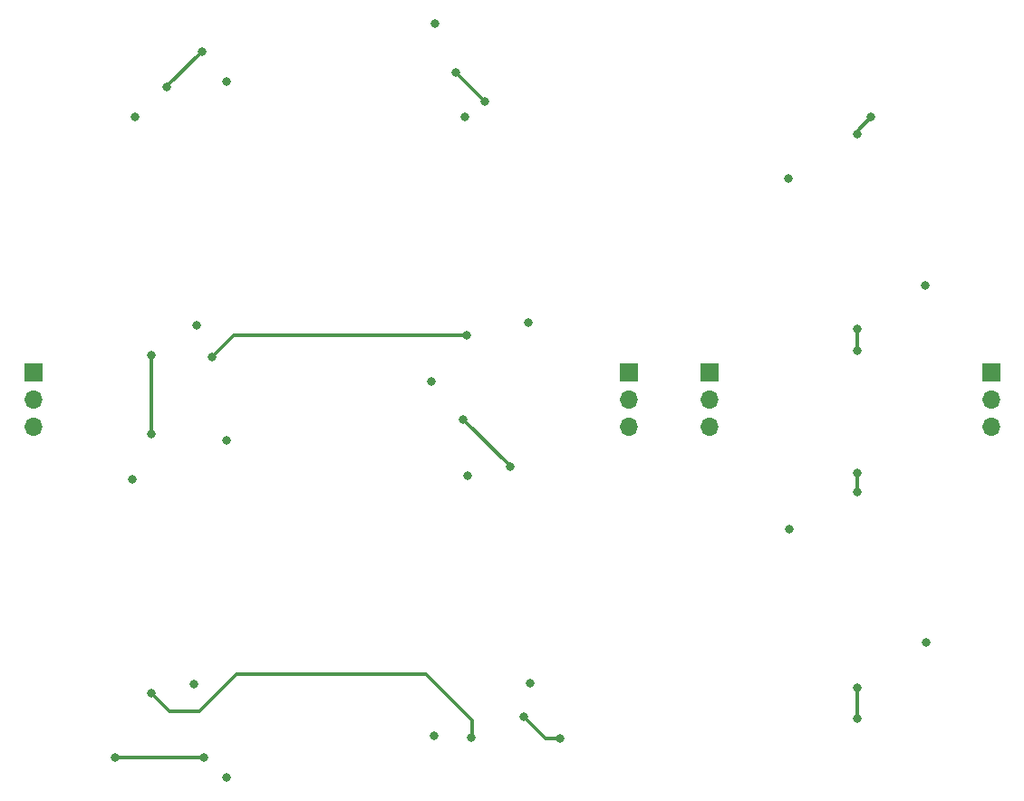
<source format=gbl>
%TF.GenerationSoftware,KiCad,Pcbnew,8.0.5*%
%TF.CreationDate,2025-06-19T13:46:46-07:00*%
%TF.ProjectId,clock,636c6f63-6b2e-46b6-9963-61645f706362,rev?*%
%TF.SameCoordinates,Original*%
%TF.FileFunction,Copper,L4,Bot*%
%TF.FilePolarity,Positive*%
%FSLAX46Y46*%
G04 Gerber Fmt 4.6, Leading zero omitted, Abs format (unit mm)*
G04 Created by KiCad (PCBNEW 8.0.5) date 2025-06-19 13:46:46*
%MOMM*%
%LPD*%
G01*
G04 APERTURE LIST*
%TA.AperFunction,ComponentPad*%
%ADD10R,1.700000X1.700000*%
%TD*%
%TA.AperFunction,ComponentPad*%
%ADD11O,1.700000X1.700000*%
%TD*%
%TA.AperFunction,ViaPad*%
%ADD12C,0.800000*%
%TD*%
%TA.AperFunction,Conductor*%
%ADD13C,0.300000*%
%TD*%
G04 APERTURE END LIST*
D10*
%TO.P,J7,1,Pin_1*%
%TO.N,GND*%
X251870000Y-157460000D03*
D11*
%TO.P,J7,2,Pin_2*%
%TO.N,D_Out2*%
X251870000Y-160000000D03*
%TO.P,J7,3,Pin_3*%
%TO.N,5V2*%
X251870000Y-162540000D03*
%TD*%
D10*
%TO.P,J5,1,Pin_1*%
%TO.N,GND*%
X218000000Y-157460000D03*
D11*
%TO.P,J5,2,Pin_2*%
%TO.N,D_Out1*%
X218000000Y-160000000D03*
%TO.P,J5,3,Pin_3*%
%TO.N,5V*%
X218000000Y-162540000D03*
%TD*%
D10*
%TO.P,J6,1,Pin_1*%
%TO.N,GND*%
X225580000Y-157460000D03*
D11*
%TO.P,J6,2,Pin_2*%
%TO.N,D_In2*%
X225580000Y-160000000D03*
%TO.P,J6,3,Pin_3*%
%TO.N,5V2*%
X225580000Y-162540000D03*
%TD*%
D10*
%TO.P,J1,1,Pin_1*%
%TO.N,GND*%
X162400000Y-157460000D03*
D11*
%TO.P,J1,2,Pin_2*%
%TO.N,D_In1*%
X162400000Y-160000000D03*
%TO.P,J1,3,Pin_3*%
%TO.N,5V*%
X162400000Y-162540000D03*
%TD*%
D12*
%TO.N,GND*%
X208800000Y-186450000D03*
X199950000Y-124825000D03*
X232925000Y-139300000D03*
X199850000Y-191400000D03*
X171875000Y-133575000D03*
X208650000Y-152775000D03*
X199575000Y-158250000D03*
X233050000Y-172075000D03*
X171625000Y-167400000D03*
%TO.N,5V*%
X177650000Y-153025000D03*
X203000000Y-167050000D03*
X180475000Y-130250000D03*
X180425000Y-195300000D03*
X180400000Y-163825000D03*
X177350000Y-186525000D03*
X202700000Y-133525000D03*
%TO.N,Net-(D2-DOUT)*%
X173450000Y-155850000D03*
X173450000Y-163225000D03*
%TO.N,Net-(D3-DOUT)*%
X174875000Y-130725000D03*
X178125000Y-127450000D03*
%TO.N,D_In1*%
X178325000Y-193450000D03*
X170025000Y-193400000D03*
%TO.N,D_Out1*%
X211625000Y-191650000D03*
X208225000Y-189650000D03*
%TO.N,5V2*%
X245675000Y-149300000D03*
X245825000Y-182625000D03*
%TO.N,D_In2*%
X239350000Y-186900000D03*
X239350000Y-189750000D03*
%TO.N,D_Out2*%
X239325000Y-135175000D03*
X240625000Y-133600000D03*
%TO.N,Net-(D1-DOUT)*%
X203325000Y-191525000D03*
X173425000Y-187400000D03*
%TO.N,Net-(D4-DOUT)*%
X204575000Y-132125000D03*
X201850000Y-129425000D03*
%TO.N,Net-(D5-DOUT)*%
X179100000Y-155975000D03*
X202875000Y-154000000D03*
%TO.N,Net-(D6-DOUT)*%
X206950000Y-166275000D03*
X202575000Y-161800000D03*
%TO.N,Net-(D8-DOUT)*%
X239350000Y-153400000D03*
X239350000Y-155375000D03*
X239350000Y-168600000D03*
X239350000Y-166875000D03*
%TD*%
D13*
%TO.N,Net-(D2-DOUT)*%
X173450000Y-163225000D02*
X173450000Y-155850000D01*
%TO.N,Net-(D3-DOUT)*%
X174875000Y-130700000D02*
X178125000Y-127450000D01*
X174875000Y-130725000D02*
X174875000Y-130700000D01*
%TO.N,D_In1*%
X170025000Y-193400000D02*
X178275000Y-193400000D01*
X178275000Y-193400000D02*
X178325000Y-193450000D01*
%TO.N,D_Out1*%
X208225000Y-189650000D02*
X210225000Y-191650000D01*
X210225000Y-191650000D02*
X211625000Y-191650000D01*
%TO.N,D_In2*%
X239350000Y-189750000D02*
X239350000Y-186900000D01*
%TO.N,D_Out2*%
X239325000Y-134900000D02*
X240625000Y-133600000D01*
X239325000Y-135175000D02*
X239325000Y-134900000D01*
%TO.N,Net-(D1-DOUT)*%
X181400000Y-185600000D02*
X177925000Y-189075000D01*
X203375000Y-189925000D02*
X199050000Y-185600000D01*
X198900000Y-185600000D02*
X181400000Y-185600000D01*
X203325000Y-191525000D02*
X203375000Y-191475000D01*
X177925000Y-189075000D02*
X175100000Y-189075000D01*
X175100000Y-189075000D02*
X173425000Y-187400000D01*
X203375000Y-191475000D02*
X203375000Y-189925000D01*
X199050000Y-185600000D02*
X198900000Y-185600000D01*
%TO.N,Net-(D4-DOUT)*%
X201850000Y-129425000D02*
X204550000Y-132125000D01*
X204550000Y-132125000D02*
X204575000Y-132125000D01*
%TO.N,Net-(D5-DOUT)*%
X202875000Y-154000000D02*
X181075000Y-154000000D01*
X181075000Y-154000000D02*
X179100000Y-155975000D01*
%TO.N,Net-(D6-DOUT)*%
X202575000Y-161800000D02*
X206950000Y-166175000D01*
X206950000Y-166175000D02*
X206950000Y-166275000D01*
%TO.N,Net-(D8-DOUT)*%
X239350000Y-155375000D02*
X239350000Y-153400000D01*
X239350000Y-168600000D02*
X239350000Y-166875000D01*
%TD*%
M02*

</source>
